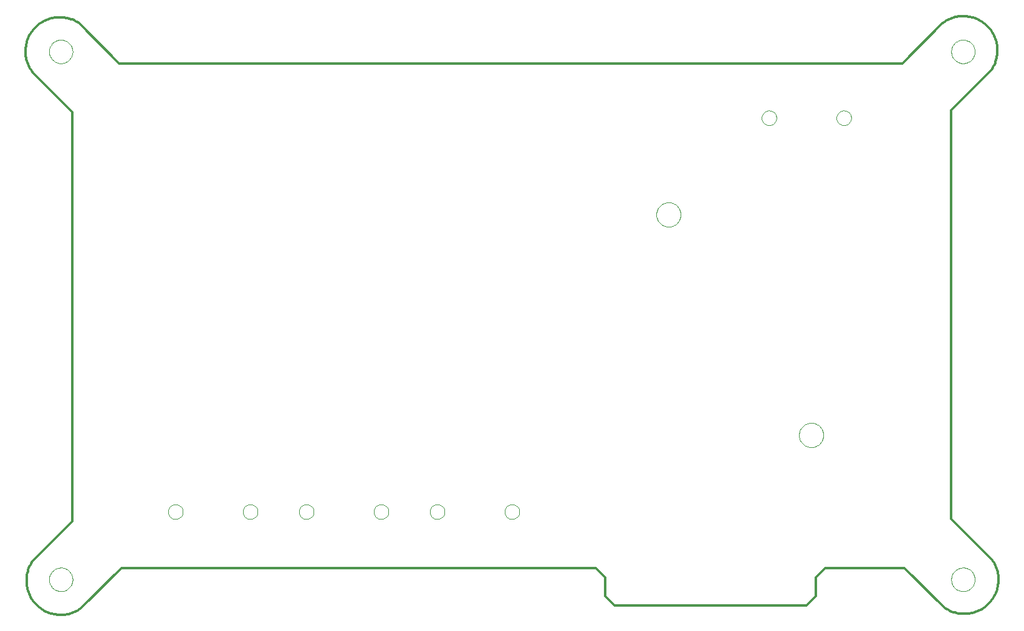
<source format=gko>
G75*
G70*
%OFA0B0*%
%FSLAX24Y24*%
%IPPOS*%
%LPD*%
%AMOC8*
5,1,8,0,0,1.08239X$1,22.5*
%
%ADD10C,0.0120*%
%ADD11C,0.0000*%
D10*
X000573Y003074D02*
X000523Y003000D01*
X000477Y002924D01*
X000435Y002847D01*
X000396Y002767D01*
X000362Y002685D01*
X000331Y002602D01*
X000304Y002517D01*
X000282Y002431D01*
X000264Y002345D01*
X000250Y002257D01*
X000240Y002169D01*
X000234Y002080D01*
X000233Y001992D01*
X000236Y001903D01*
X000244Y001815D01*
X000255Y001727D01*
X000271Y001640D01*
X000291Y001553D01*
X000315Y001468D01*
X000344Y001384D01*
X000376Y001301D01*
X000412Y001220D01*
X000453Y001141D01*
X000497Y001064D01*
X000544Y000990D01*
X000596Y000917D01*
X000650Y000847D01*
X000708Y000780D01*
X000770Y000716D01*
X000834Y000655D01*
X000901Y000597D01*
X000971Y000542D01*
X001043Y000491D01*
X001118Y000443D01*
X001195Y000399D01*
X001274Y000359D01*
X001355Y000323D01*
X001437Y000291D01*
X001521Y000262D01*
X001607Y000238D01*
X001693Y000218D01*
X001780Y000202D01*
X001868Y000190D01*
X001957Y000183D01*
X002045Y000180D01*
X002134Y000181D01*
X002222Y000187D01*
X002311Y000197D01*
X002398Y000211D01*
X002485Y000229D01*
X002571Y000252D01*
X002655Y000278D01*
X002739Y000309D01*
X002820Y000343D01*
X002900Y000382D01*
X002978Y000424D01*
X003054Y000471D01*
X003127Y000520D01*
X003198Y000573D01*
X005323Y002698D01*
X030698Y002698D01*
X031198Y002198D01*
X031198Y001198D01*
X031698Y000698D01*
X041948Y000698D01*
X042448Y001198D01*
X042448Y002198D01*
X042948Y002698D01*
X047198Y002698D01*
X049323Y000573D01*
X049323Y000574D02*
X049397Y000524D01*
X049473Y000478D01*
X049551Y000436D01*
X049630Y000397D01*
X049712Y000363D01*
X049795Y000332D01*
X049880Y000305D01*
X049966Y000283D01*
X050052Y000265D01*
X050140Y000251D01*
X050228Y000241D01*
X050317Y000235D01*
X050405Y000234D01*
X050494Y000237D01*
X050582Y000245D01*
X050670Y000256D01*
X050757Y000272D01*
X050844Y000292D01*
X050929Y000316D01*
X051013Y000345D01*
X051096Y000377D01*
X051177Y000414D01*
X051256Y000454D01*
X051333Y000498D01*
X051407Y000545D01*
X051480Y000597D01*
X051550Y000651D01*
X051617Y000709D01*
X051681Y000771D01*
X051742Y000835D01*
X051800Y000902D01*
X051855Y000972D01*
X051906Y001044D01*
X051954Y001119D01*
X051998Y001196D01*
X052038Y001275D01*
X052074Y001356D01*
X052106Y001438D01*
X052135Y001522D01*
X052159Y001608D01*
X052179Y001694D01*
X052195Y001781D01*
X052207Y001869D01*
X052214Y001958D01*
X052217Y002046D01*
X052216Y002135D01*
X052210Y002223D01*
X052200Y002312D01*
X052186Y002399D01*
X052168Y002486D01*
X052145Y002572D01*
X052119Y002656D01*
X052088Y002740D01*
X052054Y002821D01*
X052015Y002901D01*
X051973Y002979D01*
X051927Y003055D01*
X051877Y003128D01*
X051824Y003199D01*
X051823Y003198D02*
X049698Y005323D01*
X049698Y027198D01*
X051823Y029323D01*
X051873Y029397D01*
X051919Y029473D01*
X051961Y029551D01*
X052000Y029630D01*
X052034Y029712D01*
X052065Y029795D01*
X052092Y029880D01*
X052114Y029966D01*
X052132Y030052D01*
X052146Y030140D01*
X052156Y030228D01*
X052162Y030317D01*
X052163Y030405D01*
X052160Y030494D01*
X052152Y030582D01*
X052141Y030670D01*
X052125Y030757D01*
X052105Y030844D01*
X052081Y030929D01*
X052052Y031013D01*
X052020Y031096D01*
X051983Y031177D01*
X051943Y031256D01*
X051899Y031333D01*
X051852Y031407D01*
X051800Y031480D01*
X051746Y031550D01*
X051688Y031617D01*
X051626Y031681D01*
X051562Y031742D01*
X051495Y031800D01*
X051425Y031855D01*
X051353Y031906D01*
X051278Y031954D01*
X051201Y031998D01*
X051122Y032038D01*
X051041Y032074D01*
X050959Y032106D01*
X050875Y032135D01*
X050789Y032159D01*
X050703Y032179D01*
X050616Y032195D01*
X050528Y032207D01*
X050439Y032214D01*
X050351Y032217D01*
X050262Y032216D01*
X050174Y032210D01*
X050085Y032200D01*
X049998Y032186D01*
X049911Y032168D01*
X049825Y032145D01*
X049741Y032119D01*
X049657Y032088D01*
X049576Y032054D01*
X049496Y032015D01*
X049418Y031973D01*
X049342Y031927D01*
X049269Y031877D01*
X049198Y031824D01*
X049198Y031823D02*
X047073Y029698D01*
X005198Y029698D01*
X003073Y031823D01*
X003074Y031823D02*
X003000Y031873D01*
X002924Y031919D01*
X002846Y031961D01*
X002767Y032000D01*
X002685Y032034D01*
X002602Y032065D01*
X002517Y032092D01*
X002431Y032114D01*
X002345Y032132D01*
X002257Y032146D01*
X002169Y032156D01*
X002080Y032162D01*
X001992Y032163D01*
X001903Y032160D01*
X001815Y032152D01*
X001727Y032141D01*
X001640Y032125D01*
X001553Y032105D01*
X001468Y032081D01*
X001384Y032052D01*
X001301Y032020D01*
X001220Y031983D01*
X001141Y031943D01*
X001064Y031899D01*
X000990Y031852D01*
X000917Y031800D01*
X000847Y031746D01*
X000780Y031688D01*
X000716Y031626D01*
X000655Y031562D01*
X000597Y031495D01*
X000542Y031425D01*
X000491Y031353D01*
X000443Y031278D01*
X000399Y031201D01*
X000359Y031122D01*
X000323Y031041D01*
X000291Y030959D01*
X000262Y030875D01*
X000238Y030789D01*
X000218Y030703D01*
X000202Y030616D01*
X000190Y030528D01*
X000183Y030439D01*
X000180Y030351D01*
X000181Y030262D01*
X000187Y030174D01*
X000197Y030085D01*
X000211Y029998D01*
X000229Y029911D01*
X000252Y029825D01*
X000278Y029741D01*
X000309Y029657D01*
X000343Y029576D01*
X000382Y029496D01*
X000424Y029418D01*
X000470Y029342D01*
X000520Y029269D01*
X000573Y029198D01*
X002698Y027073D01*
X002698Y005198D01*
X000573Y003073D01*
D11*
X001443Y002073D02*
X001445Y002123D01*
X001451Y002173D01*
X001461Y002222D01*
X001475Y002270D01*
X001492Y002317D01*
X001513Y002362D01*
X001538Y002406D01*
X001566Y002447D01*
X001598Y002486D01*
X001632Y002523D01*
X001669Y002557D01*
X001709Y002587D01*
X001751Y002614D01*
X001795Y002638D01*
X001841Y002659D01*
X001888Y002675D01*
X001936Y002688D01*
X001986Y002697D01*
X002035Y002702D01*
X002086Y002703D01*
X002136Y002700D01*
X002185Y002693D01*
X002234Y002682D01*
X002282Y002667D01*
X002328Y002649D01*
X002373Y002627D01*
X002416Y002601D01*
X002457Y002572D01*
X002496Y002540D01*
X002532Y002505D01*
X002564Y002467D01*
X002594Y002427D01*
X002621Y002384D01*
X002644Y002340D01*
X002663Y002294D01*
X002679Y002246D01*
X002691Y002197D01*
X002699Y002148D01*
X002703Y002098D01*
X002703Y002048D01*
X002699Y001998D01*
X002691Y001949D01*
X002679Y001900D01*
X002663Y001852D01*
X002644Y001806D01*
X002621Y001762D01*
X002594Y001719D01*
X002564Y001679D01*
X002532Y001641D01*
X002496Y001606D01*
X002457Y001574D01*
X002416Y001545D01*
X002373Y001519D01*
X002328Y001497D01*
X002282Y001479D01*
X002234Y001464D01*
X002185Y001453D01*
X002136Y001446D01*
X002086Y001443D01*
X002035Y001444D01*
X001986Y001449D01*
X001936Y001458D01*
X001888Y001471D01*
X001841Y001487D01*
X001795Y001508D01*
X001751Y001532D01*
X001709Y001559D01*
X001669Y001589D01*
X001632Y001623D01*
X001598Y001660D01*
X001566Y001699D01*
X001538Y001740D01*
X001513Y001784D01*
X001492Y001829D01*
X001475Y001876D01*
X001461Y001924D01*
X001451Y001973D01*
X001445Y002023D01*
X001443Y002073D01*
X007804Y005698D02*
X007806Y005737D01*
X007812Y005776D01*
X007822Y005814D01*
X007835Y005851D01*
X007852Y005886D01*
X007872Y005920D01*
X007896Y005951D01*
X007923Y005980D01*
X007952Y006006D01*
X007984Y006029D01*
X008018Y006049D01*
X008054Y006065D01*
X008091Y006077D01*
X008130Y006086D01*
X008169Y006091D01*
X008208Y006092D01*
X008247Y006089D01*
X008286Y006082D01*
X008323Y006071D01*
X008360Y006057D01*
X008395Y006039D01*
X008428Y006018D01*
X008459Y005993D01*
X008487Y005966D01*
X008512Y005936D01*
X008534Y005903D01*
X008553Y005869D01*
X008568Y005833D01*
X008580Y005795D01*
X008588Y005757D01*
X008592Y005718D01*
X008592Y005678D01*
X008588Y005639D01*
X008580Y005601D01*
X008568Y005563D01*
X008553Y005527D01*
X008534Y005493D01*
X008512Y005460D01*
X008487Y005430D01*
X008459Y005403D01*
X008428Y005378D01*
X008395Y005357D01*
X008360Y005339D01*
X008323Y005325D01*
X008286Y005314D01*
X008247Y005307D01*
X008208Y005304D01*
X008169Y005305D01*
X008130Y005310D01*
X008091Y005319D01*
X008054Y005331D01*
X008018Y005347D01*
X007984Y005367D01*
X007952Y005390D01*
X007923Y005416D01*
X007896Y005445D01*
X007872Y005476D01*
X007852Y005510D01*
X007835Y005545D01*
X007822Y005582D01*
X007812Y005620D01*
X007806Y005659D01*
X007804Y005698D01*
X011804Y005698D02*
X011806Y005737D01*
X011812Y005776D01*
X011822Y005814D01*
X011835Y005851D01*
X011852Y005886D01*
X011872Y005920D01*
X011896Y005951D01*
X011923Y005980D01*
X011952Y006006D01*
X011984Y006029D01*
X012018Y006049D01*
X012054Y006065D01*
X012091Y006077D01*
X012130Y006086D01*
X012169Y006091D01*
X012208Y006092D01*
X012247Y006089D01*
X012286Y006082D01*
X012323Y006071D01*
X012360Y006057D01*
X012395Y006039D01*
X012428Y006018D01*
X012459Y005993D01*
X012487Y005966D01*
X012512Y005936D01*
X012534Y005903D01*
X012553Y005869D01*
X012568Y005833D01*
X012580Y005795D01*
X012588Y005757D01*
X012592Y005718D01*
X012592Y005678D01*
X012588Y005639D01*
X012580Y005601D01*
X012568Y005563D01*
X012553Y005527D01*
X012534Y005493D01*
X012512Y005460D01*
X012487Y005430D01*
X012459Y005403D01*
X012428Y005378D01*
X012395Y005357D01*
X012360Y005339D01*
X012323Y005325D01*
X012286Y005314D01*
X012247Y005307D01*
X012208Y005304D01*
X012169Y005305D01*
X012130Y005310D01*
X012091Y005319D01*
X012054Y005331D01*
X012018Y005347D01*
X011984Y005367D01*
X011952Y005390D01*
X011923Y005416D01*
X011896Y005445D01*
X011872Y005476D01*
X011852Y005510D01*
X011835Y005545D01*
X011822Y005582D01*
X011812Y005620D01*
X011806Y005659D01*
X011804Y005698D01*
X014804Y005698D02*
X014806Y005737D01*
X014812Y005776D01*
X014822Y005814D01*
X014835Y005851D01*
X014852Y005886D01*
X014872Y005920D01*
X014896Y005951D01*
X014923Y005980D01*
X014952Y006006D01*
X014984Y006029D01*
X015018Y006049D01*
X015054Y006065D01*
X015091Y006077D01*
X015130Y006086D01*
X015169Y006091D01*
X015208Y006092D01*
X015247Y006089D01*
X015286Y006082D01*
X015323Y006071D01*
X015360Y006057D01*
X015395Y006039D01*
X015428Y006018D01*
X015459Y005993D01*
X015487Y005966D01*
X015512Y005936D01*
X015534Y005903D01*
X015553Y005869D01*
X015568Y005833D01*
X015580Y005795D01*
X015588Y005757D01*
X015592Y005718D01*
X015592Y005678D01*
X015588Y005639D01*
X015580Y005601D01*
X015568Y005563D01*
X015553Y005527D01*
X015534Y005493D01*
X015512Y005460D01*
X015487Y005430D01*
X015459Y005403D01*
X015428Y005378D01*
X015395Y005357D01*
X015360Y005339D01*
X015323Y005325D01*
X015286Y005314D01*
X015247Y005307D01*
X015208Y005304D01*
X015169Y005305D01*
X015130Y005310D01*
X015091Y005319D01*
X015054Y005331D01*
X015018Y005347D01*
X014984Y005367D01*
X014952Y005390D01*
X014923Y005416D01*
X014896Y005445D01*
X014872Y005476D01*
X014852Y005510D01*
X014835Y005545D01*
X014822Y005582D01*
X014812Y005620D01*
X014806Y005659D01*
X014804Y005698D01*
X018804Y005698D02*
X018806Y005737D01*
X018812Y005776D01*
X018822Y005814D01*
X018835Y005851D01*
X018852Y005886D01*
X018872Y005920D01*
X018896Y005951D01*
X018923Y005980D01*
X018952Y006006D01*
X018984Y006029D01*
X019018Y006049D01*
X019054Y006065D01*
X019091Y006077D01*
X019130Y006086D01*
X019169Y006091D01*
X019208Y006092D01*
X019247Y006089D01*
X019286Y006082D01*
X019323Y006071D01*
X019360Y006057D01*
X019395Y006039D01*
X019428Y006018D01*
X019459Y005993D01*
X019487Y005966D01*
X019512Y005936D01*
X019534Y005903D01*
X019553Y005869D01*
X019568Y005833D01*
X019580Y005795D01*
X019588Y005757D01*
X019592Y005718D01*
X019592Y005678D01*
X019588Y005639D01*
X019580Y005601D01*
X019568Y005563D01*
X019553Y005527D01*
X019534Y005493D01*
X019512Y005460D01*
X019487Y005430D01*
X019459Y005403D01*
X019428Y005378D01*
X019395Y005357D01*
X019360Y005339D01*
X019323Y005325D01*
X019286Y005314D01*
X019247Y005307D01*
X019208Y005304D01*
X019169Y005305D01*
X019130Y005310D01*
X019091Y005319D01*
X019054Y005331D01*
X019018Y005347D01*
X018984Y005367D01*
X018952Y005390D01*
X018923Y005416D01*
X018896Y005445D01*
X018872Y005476D01*
X018852Y005510D01*
X018835Y005545D01*
X018822Y005582D01*
X018812Y005620D01*
X018806Y005659D01*
X018804Y005698D01*
X021804Y005698D02*
X021806Y005737D01*
X021812Y005776D01*
X021822Y005814D01*
X021835Y005851D01*
X021852Y005886D01*
X021872Y005920D01*
X021896Y005951D01*
X021923Y005980D01*
X021952Y006006D01*
X021984Y006029D01*
X022018Y006049D01*
X022054Y006065D01*
X022091Y006077D01*
X022130Y006086D01*
X022169Y006091D01*
X022208Y006092D01*
X022247Y006089D01*
X022286Y006082D01*
X022323Y006071D01*
X022360Y006057D01*
X022395Y006039D01*
X022428Y006018D01*
X022459Y005993D01*
X022487Y005966D01*
X022512Y005936D01*
X022534Y005903D01*
X022553Y005869D01*
X022568Y005833D01*
X022580Y005795D01*
X022588Y005757D01*
X022592Y005718D01*
X022592Y005678D01*
X022588Y005639D01*
X022580Y005601D01*
X022568Y005563D01*
X022553Y005527D01*
X022534Y005493D01*
X022512Y005460D01*
X022487Y005430D01*
X022459Y005403D01*
X022428Y005378D01*
X022395Y005357D01*
X022360Y005339D01*
X022323Y005325D01*
X022286Y005314D01*
X022247Y005307D01*
X022208Y005304D01*
X022169Y005305D01*
X022130Y005310D01*
X022091Y005319D01*
X022054Y005331D01*
X022018Y005347D01*
X021984Y005367D01*
X021952Y005390D01*
X021923Y005416D01*
X021896Y005445D01*
X021872Y005476D01*
X021852Y005510D01*
X021835Y005545D01*
X021822Y005582D01*
X021812Y005620D01*
X021806Y005659D01*
X021804Y005698D01*
X025804Y005698D02*
X025806Y005737D01*
X025812Y005776D01*
X025822Y005814D01*
X025835Y005851D01*
X025852Y005886D01*
X025872Y005920D01*
X025896Y005951D01*
X025923Y005980D01*
X025952Y006006D01*
X025984Y006029D01*
X026018Y006049D01*
X026054Y006065D01*
X026091Y006077D01*
X026130Y006086D01*
X026169Y006091D01*
X026208Y006092D01*
X026247Y006089D01*
X026286Y006082D01*
X026323Y006071D01*
X026360Y006057D01*
X026395Y006039D01*
X026428Y006018D01*
X026459Y005993D01*
X026487Y005966D01*
X026512Y005936D01*
X026534Y005903D01*
X026553Y005869D01*
X026568Y005833D01*
X026580Y005795D01*
X026588Y005757D01*
X026592Y005718D01*
X026592Y005678D01*
X026588Y005639D01*
X026580Y005601D01*
X026568Y005563D01*
X026553Y005527D01*
X026534Y005493D01*
X026512Y005460D01*
X026487Y005430D01*
X026459Y005403D01*
X026428Y005378D01*
X026395Y005357D01*
X026360Y005339D01*
X026323Y005325D01*
X026286Y005314D01*
X026247Y005307D01*
X026208Y005304D01*
X026169Y005305D01*
X026130Y005310D01*
X026091Y005319D01*
X026054Y005331D01*
X026018Y005347D01*
X025984Y005367D01*
X025952Y005390D01*
X025923Y005416D01*
X025896Y005445D01*
X025872Y005476D01*
X025852Y005510D01*
X025835Y005545D01*
X025822Y005582D01*
X025812Y005620D01*
X025806Y005659D01*
X025804Y005698D01*
X041548Y009798D02*
X041550Y009848D01*
X041556Y009898D01*
X041566Y009948D01*
X041579Y009996D01*
X041596Y010044D01*
X041617Y010090D01*
X041641Y010134D01*
X041669Y010176D01*
X041700Y010216D01*
X041734Y010253D01*
X041771Y010288D01*
X041810Y010319D01*
X041851Y010348D01*
X041895Y010373D01*
X041941Y010395D01*
X041988Y010413D01*
X042036Y010427D01*
X042085Y010438D01*
X042135Y010445D01*
X042185Y010448D01*
X042236Y010447D01*
X042286Y010442D01*
X042336Y010433D01*
X042384Y010421D01*
X042432Y010404D01*
X042478Y010384D01*
X042523Y010361D01*
X042566Y010334D01*
X042606Y010304D01*
X042644Y010271D01*
X042679Y010235D01*
X042712Y010196D01*
X042741Y010155D01*
X042767Y010112D01*
X042790Y010067D01*
X042809Y010020D01*
X042824Y009972D01*
X042836Y009923D01*
X042844Y009873D01*
X042848Y009823D01*
X042848Y009773D01*
X042844Y009723D01*
X042836Y009673D01*
X042824Y009624D01*
X042809Y009576D01*
X042790Y009529D01*
X042767Y009484D01*
X042741Y009441D01*
X042712Y009400D01*
X042679Y009361D01*
X042644Y009325D01*
X042606Y009292D01*
X042566Y009262D01*
X042523Y009235D01*
X042478Y009212D01*
X042432Y009192D01*
X042384Y009175D01*
X042336Y009163D01*
X042286Y009154D01*
X042236Y009149D01*
X042185Y009148D01*
X042135Y009151D01*
X042085Y009158D01*
X042036Y009169D01*
X041988Y009183D01*
X041941Y009201D01*
X041895Y009223D01*
X041851Y009248D01*
X041810Y009277D01*
X041771Y009308D01*
X041734Y009343D01*
X041700Y009380D01*
X041669Y009420D01*
X041641Y009462D01*
X041617Y009506D01*
X041596Y009552D01*
X041579Y009600D01*
X041566Y009648D01*
X041556Y009698D01*
X041550Y009748D01*
X041548Y009798D01*
X049693Y002073D02*
X049695Y002123D01*
X049701Y002173D01*
X049711Y002222D01*
X049725Y002270D01*
X049742Y002317D01*
X049763Y002362D01*
X049788Y002406D01*
X049816Y002447D01*
X049848Y002486D01*
X049882Y002523D01*
X049919Y002557D01*
X049959Y002587D01*
X050001Y002614D01*
X050045Y002638D01*
X050091Y002659D01*
X050138Y002675D01*
X050186Y002688D01*
X050236Y002697D01*
X050285Y002702D01*
X050336Y002703D01*
X050386Y002700D01*
X050435Y002693D01*
X050484Y002682D01*
X050532Y002667D01*
X050578Y002649D01*
X050623Y002627D01*
X050666Y002601D01*
X050707Y002572D01*
X050746Y002540D01*
X050782Y002505D01*
X050814Y002467D01*
X050844Y002427D01*
X050871Y002384D01*
X050894Y002340D01*
X050913Y002294D01*
X050929Y002246D01*
X050941Y002197D01*
X050949Y002148D01*
X050953Y002098D01*
X050953Y002048D01*
X050949Y001998D01*
X050941Y001949D01*
X050929Y001900D01*
X050913Y001852D01*
X050894Y001806D01*
X050871Y001762D01*
X050844Y001719D01*
X050814Y001679D01*
X050782Y001641D01*
X050746Y001606D01*
X050707Y001574D01*
X050666Y001545D01*
X050623Y001519D01*
X050578Y001497D01*
X050532Y001479D01*
X050484Y001464D01*
X050435Y001453D01*
X050386Y001446D01*
X050336Y001443D01*
X050285Y001444D01*
X050236Y001449D01*
X050186Y001458D01*
X050138Y001471D01*
X050091Y001487D01*
X050045Y001508D01*
X050001Y001532D01*
X049959Y001559D01*
X049919Y001589D01*
X049882Y001623D01*
X049848Y001660D01*
X049816Y001699D01*
X049788Y001740D01*
X049763Y001784D01*
X049742Y001829D01*
X049725Y001876D01*
X049711Y001924D01*
X049701Y001973D01*
X049695Y002023D01*
X049693Y002073D01*
X033923Y021598D02*
X033925Y021648D01*
X033931Y021698D01*
X033941Y021748D01*
X033954Y021796D01*
X033971Y021844D01*
X033992Y021890D01*
X034016Y021934D01*
X034044Y021976D01*
X034075Y022016D01*
X034109Y022053D01*
X034146Y022088D01*
X034185Y022119D01*
X034226Y022148D01*
X034270Y022173D01*
X034316Y022195D01*
X034363Y022213D01*
X034411Y022227D01*
X034460Y022238D01*
X034510Y022245D01*
X034560Y022248D01*
X034611Y022247D01*
X034661Y022242D01*
X034711Y022233D01*
X034759Y022221D01*
X034807Y022204D01*
X034853Y022184D01*
X034898Y022161D01*
X034941Y022134D01*
X034981Y022104D01*
X035019Y022071D01*
X035054Y022035D01*
X035087Y021996D01*
X035116Y021955D01*
X035142Y021912D01*
X035165Y021867D01*
X035184Y021820D01*
X035199Y021772D01*
X035211Y021723D01*
X035219Y021673D01*
X035223Y021623D01*
X035223Y021573D01*
X035219Y021523D01*
X035211Y021473D01*
X035199Y021424D01*
X035184Y021376D01*
X035165Y021329D01*
X035142Y021284D01*
X035116Y021241D01*
X035087Y021200D01*
X035054Y021161D01*
X035019Y021125D01*
X034981Y021092D01*
X034941Y021062D01*
X034898Y021035D01*
X034853Y021012D01*
X034807Y020992D01*
X034759Y020975D01*
X034711Y020963D01*
X034661Y020954D01*
X034611Y020949D01*
X034560Y020948D01*
X034510Y020951D01*
X034460Y020958D01*
X034411Y020969D01*
X034363Y020983D01*
X034316Y021001D01*
X034270Y021023D01*
X034226Y021048D01*
X034185Y021077D01*
X034146Y021108D01*
X034109Y021143D01*
X034075Y021180D01*
X034044Y021220D01*
X034016Y021262D01*
X033992Y021306D01*
X033971Y021352D01*
X033954Y021400D01*
X033941Y021448D01*
X033931Y021498D01*
X033925Y021548D01*
X033923Y021598D01*
X039554Y026773D02*
X039556Y026812D01*
X039562Y026851D01*
X039572Y026889D01*
X039585Y026926D01*
X039602Y026961D01*
X039622Y026995D01*
X039646Y027026D01*
X039673Y027055D01*
X039702Y027081D01*
X039734Y027104D01*
X039768Y027124D01*
X039804Y027140D01*
X039841Y027152D01*
X039880Y027161D01*
X039919Y027166D01*
X039958Y027167D01*
X039997Y027164D01*
X040036Y027157D01*
X040073Y027146D01*
X040110Y027132D01*
X040145Y027114D01*
X040178Y027093D01*
X040209Y027068D01*
X040237Y027041D01*
X040262Y027011D01*
X040284Y026978D01*
X040303Y026944D01*
X040318Y026908D01*
X040330Y026870D01*
X040338Y026832D01*
X040342Y026793D01*
X040342Y026753D01*
X040338Y026714D01*
X040330Y026676D01*
X040318Y026638D01*
X040303Y026602D01*
X040284Y026568D01*
X040262Y026535D01*
X040237Y026505D01*
X040209Y026478D01*
X040178Y026453D01*
X040145Y026432D01*
X040110Y026414D01*
X040073Y026400D01*
X040036Y026389D01*
X039997Y026382D01*
X039958Y026379D01*
X039919Y026380D01*
X039880Y026385D01*
X039841Y026394D01*
X039804Y026406D01*
X039768Y026422D01*
X039734Y026442D01*
X039702Y026465D01*
X039673Y026491D01*
X039646Y026520D01*
X039622Y026551D01*
X039602Y026585D01*
X039585Y026620D01*
X039572Y026657D01*
X039562Y026695D01*
X039556Y026734D01*
X039554Y026773D01*
X043554Y026773D02*
X043556Y026812D01*
X043562Y026851D01*
X043572Y026889D01*
X043585Y026926D01*
X043602Y026961D01*
X043622Y026995D01*
X043646Y027026D01*
X043673Y027055D01*
X043702Y027081D01*
X043734Y027104D01*
X043768Y027124D01*
X043804Y027140D01*
X043841Y027152D01*
X043880Y027161D01*
X043919Y027166D01*
X043958Y027167D01*
X043997Y027164D01*
X044036Y027157D01*
X044073Y027146D01*
X044110Y027132D01*
X044145Y027114D01*
X044178Y027093D01*
X044209Y027068D01*
X044237Y027041D01*
X044262Y027011D01*
X044284Y026978D01*
X044303Y026944D01*
X044318Y026908D01*
X044330Y026870D01*
X044338Y026832D01*
X044342Y026793D01*
X044342Y026753D01*
X044338Y026714D01*
X044330Y026676D01*
X044318Y026638D01*
X044303Y026602D01*
X044284Y026568D01*
X044262Y026535D01*
X044237Y026505D01*
X044209Y026478D01*
X044178Y026453D01*
X044145Y026432D01*
X044110Y026414D01*
X044073Y026400D01*
X044036Y026389D01*
X043997Y026382D01*
X043958Y026379D01*
X043919Y026380D01*
X043880Y026385D01*
X043841Y026394D01*
X043804Y026406D01*
X043768Y026422D01*
X043734Y026442D01*
X043702Y026465D01*
X043673Y026491D01*
X043646Y026520D01*
X043622Y026551D01*
X043602Y026585D01*
X043585Y026620D01*
X043572Y026657D01*
X043562Y026695D01*
X043556Y026734D01*
X043554Y026773D01*
X049693Y030323D02*
X049695Y030373D01*
X049701Y030423D01*
X049711Y030472D01*
X049725Y030520D01*
X049742Y030567D01*
X049763Y030612D01*
X049788Y030656D01*
X049816Y030697D01*
X049848Y030736D01*
X049882Y030773D01*
X049919Y030807D01*
X049959Y030837D01*
X050001Y030864D01*
X050045Y030888D01*
X050091Y030909D01*
X050138Y030925D01*
X050186Y030938D01*
X050236Y030947D01*
X050285Y030952D01*
X050336Y030953D01*
X050386Y030950D01*
X050435Y030943D01*
X050484Y030932D01*
X050532Y030917D01*
X050578Y030899D01*
X050623Y030877D01*
X050666Y030851D01*
X050707Y030822D01*
X050746Y030790D01*
X050782Y030755D01*
X050814Y030717D01*
X050844Y030677D01*
X050871Y030634D01*
X050894Y030590D01*
X050913Y030544D01*
X050929Y030496D01*
X050941Y030447D01*
X050949Y030398D01*
X050953Y030348D01*
X050953Y030298D01*
X050949Y030248D01*
X050941Y030199D01*
X050929Y030150D01*
X050913Y030102D01*
X050894Y030056D01*
X050871Y030012D01*
X050844Y029969D01*
X050814Y029929D01*
X050782Y029891D01*
X050746Y029856D01*
X050707Y029824D01*
X050666Y029795D01*
X050623Y029769D01*
X050578Y029747D01*
X050532Y029729D01*
X050484Y029714D01*
X050435Y029703D01*
X050386Y029696D01*
X050336Y029693D01*
X050285Y029694D01*
X050236Y029699D01*
X050186Y029708D01*
X050138Y029721D01*
X050091Y029737D01*
X050045Y029758D01*
X050001Y029782D01*
X049959Y029809D01*
X049919Y029839D01*
X049882Y029873D01*
X049848Y029910D01*
X049816Y029949D01*
X049788Y029990D01*
X049763Y030034D01*
X049742Y030079D01*
X049725Y030126D01*
X049711Y030174D01*
X049701Y030223D01*
X049695Y030273D01*
X049693Y030323D01*
X001443Y030323D02*
X001445Y030373D01*
X001451Y030423D01*
X001461Y030472D01*
X001475Y030520D01*
X001492Y030567D01*
X001513Y030612D01*
X001538Y030656D01*
X001566Y030697D01*
X001598Y030736D01*
X001632Y030773D01*
X001669Y030807D01*
X001709Y030837D01*
X001751Y030864D01*
X001795Y030888D01*
X001841Y030909D01*
X001888Y030925D01*
X001936Y030938D01*
X001986Y030947D01*
X002035Y030952D01*
X002086Y030953D01*
X002136Y030950D01*
X002185Y030943D01*
X002234Y030932D01*
X002282Y030917D01*
X002328Y030899D01*
X002373Y030877D01*
X002416Y030851D01*
X002457Y030822D01*
X002496Y030790D01*
X002532Y030755D01*
X002564Y030717D01*
X002594Y030677D01*
X002621Y030634D01*
X002644Y030590D01*
X002663Y030544D01*
X002679Y030496D01*
X002691Y030447D01*
X002699Y030398D01*
X002703Y030348D01*
X002703Y030298D01*
X002699Y030248D01*
X002691Y030199D01*
X002679Y030150D01*
X002663Y030102D01*
X002644Y030056D01*
X002621Y030012D01*
X002594Y029969D01*
X002564Y029929D01*
X002532Y029891D01*
X002496Y029856D01*
X002457Y029824D01*
X002416Y029795D01*
X002373Y029769D01*
X002328Y029747D01*
X002282Y029729D01*
X002234Y029714D01*
X002185Y029703D01*
X002136Y029696D01*
X002086Y029693D01*
X002035Y029694D01*
X001986Y029699D01*
X001936Y029708D01*
X001888Y029721D01*
X001841Y029737D01*
X001795Y029758D01*
X001751Y029782D01*
X001709Y029809D01*
X001669Y029839D01*
X001632Y029873D01*
X001598Y029910D01*
X001566Y029949D01*
X001538Y029990D01*
X001513Y030034D01*
X001492Y030079D01*
X001475Y030126D01*
X001461Y030174D01*
X001451Y030223D01*
X001445Y030273D01*
X001443Y030323D01*
M02*

</source>
